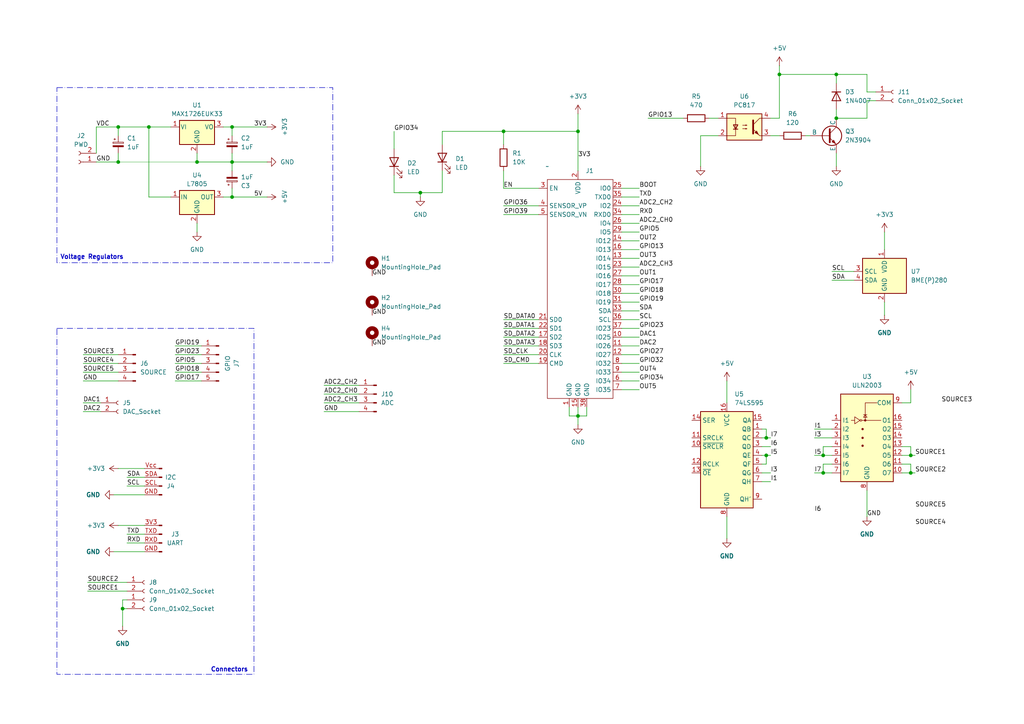
<source format=kicad_sch>
(kicad_sch (version 20231120) (generator "eeschema") (generator_version "8.0")
  (paper "A4")
  (lib_symbols
    (symbol "+5V_1" (power) (pin_numbers hide) (pin_names (offset 0) hide)
      (property "Value" "+5V" (at 0 3.556 0))
      (symbol "+5V_1_1_1"
        (pin power_in line (at 0 0 90) (length 0) (name "~") (number "1"))
      )
    )
    (symbol "+5V_2" (power) (pin_numbers hide) (pin_names (offset 0) hide)
      (property "Value" "+5V" (at 0 3.556 0))
      (symbol "+5V_2_1_1"
        (pin power_in line (at 0 0 90) (length 0) (name "~") (number "1"))
      )
    )
    (symbol "74xx:74LS595"
      (property "Reference" "U" (at -7.62 13.97 0))
      (property "Value" "74LS595" (at -7.62 -16.51 0))
      (symbol "74LS595_1_0"
        (pin tri_state line (at 10.16 7.62 180) (length 2.54) (name "QB") (number "1"))
        (pin input line (at -10.16 2.54 0) (length 2.54) (name "~{SRCLR}") (number "10"))
        (pin input line (at -10.16 5.08 0) (length 2.54) (name "SRCLK") (number "11"))
        (pin input line (at -10.16 -2.54 0) (length 2.54) (name "RCLK") (number "12"))
        (pin input line (at -10.16 -5.08 0) (length 2.54) (name "~{OE}") (number "13"))
        (pin input line (at -10.16 10.16 0) (length 2.54) (name "SER") (number "14"))
        (pin tri_state line (at 10.16 10.16 180) (length 2.54) (name "QA") (number "15"))
        (pin power_in line (at 0 15.24 270) (length 2.54) (name "VCC") (number "16"))
        (pin tri_state line (at 10.16 5.08 180) (length 2.54) (name "QC") (number "2"))
        (pin tri_state line (at 10.16 2.54 180) (length 2.54) (name "QD") (number "3"))
        (pin tri_state line (at 10.16 0 180) (length 2.54) (name "QE") (number "4"))
        (pin tri_state line (at 10.16 -2.54 180) (length 2.54) (name "QF") (number "5"))
        (pin tri_state line (at 10.16 -5.08 180) (length 2.54) (name "QG") (number "6"))
        (pin tri_state line (at 10.16 -7.62 180) (length 2.54) (name "QH") (number "7"))
        (pin power_in line (at 0 -17.78 90) (length 2.54) (name "GND") (number "8"))
        (pin output line (at 10.16 -12.7 180) (length 2.54) (name "QH'") (number "9"))
      )
    )
    (symbol "Alexander Symbol Library:BME(P)280"
      (property "Reference" "U" (at -7.62 10.16 0))
      (property "Value" "BME(P)280" (at 5.08 10.16 0))
      (symbol "BME(P)280_1_1"
        (pin power_in line (at -1.27 10.16 270) (length 2.54) (name "VDD") (number "1"))
        (pin power_out line (at -1.27 -5.08 90) (length 2.54) (name "GND") (number "2"))
        (pin input line (at -10.16 3.81 0) (length 2.54) (name "SCL") (number "3"))
        (pin bidirectional line (at -10.16 1.27 0) (length 2.54) (name "SDA") (number "4"))
      )
    )
    (symbol "Alexander_Library_Symbols:Conn_I2C_01x04" (pin_names (offset 1.016) hide)
      (property "Reference" "J" (at 0 5.08 0))
      (property "Value" "I2C" (at 0 -7.62 0))
      (symbol "Conn_I2C_01x04_1_1"
        (pin power_out line (at 5.08 -5.08 180) (length 3.81) (name "GND") (number "GND"))
        (pin bidirectional line (at 5.08 -2.54 180) (length 3.81) (name "SCL") (number "SCL"))
        (pin bidirectional line (at 5.08 0 180) (length 3.81) (name "SDA") (number "SDA"))
        (pin power_in line (at 5.08 2.54 180) (length 3.81) (name "VCC") (number "Vcc"))
      )
    )
    (symbol "Alexander_Library_Symbols:ESP32-WROOM-32D-SOCKET"
      (property "Reference" "J" (at 0 0 0))
      (symbol "ESP32-WROOM-32D-SOCKET_1_1"
        (pin power_out line (at 6.35 -69.85 90) (length 2.54) (name "GND") (number "1"))
        (pin bidirectional line (at 21.59 -49.53 180) (length 2.54) (name "IO25") (number "10"))
        (pin bidirectional line (at 21.59 -52.07 180) (length 2.54) (name "IO26") (number "11"))
        (pin bidirectional line (at 21.59 -54.61 180) (length 2.54) (name "IO27") (number "12"))
        (pin bidirectional line (at 21.59 -26.67 180) (length 2.54) (name "IO14") (number "13"))
        (pin bidirectional line (at 21.59 -21.59 180) (length 2.54) (name "IO12") (number "14"))
        (pin power_out line (at 8.89 -69.85 90) (length 2.54) (name "GND") (number "15"))
        (pin bidirectional line (at 21.59 -24.13 180) (length 2.54) (name "IO13") (number "16"))
        (pin input line (at -2.54 -49.53 0) (length 2.54) (name "SD2") (number "17"))
        (pin input line (at -2.54 -52.07 0) (length 2.54) (name "SD3") (number "18"))
        (pin input line (at -2.54 -57.15 0) (length 2.54) (name "CMD") (number "19"))
        (pin power_in line (at 8.89 -1.27 270) (length 2.54) (name "VDD") (number "2"))
        (pin input line (at -2.54 -54.61 0) (length 2.54) (name "CLK") (number "20"))
        (pin input line (at -2.54 -44.45 0) (length 2.54) (name "SD0") (number "21"))
        (pin input line (at -2.54 -46.99 0) (length 2.54) (name "SD1") (number "22"))
        (pin bidirectional line (at 21.59 -29.21 180) (length 2.54) (name "IO15") (number "23"))
        (pin bidirectional line (at 21.59 -11.43 180) (length 2.54) (name "IO2") (number "24"))
        (pin bidirectional line (at 21.59 -6.35 180) (length 2.54) (name "IO0") (number "25"))
        (pin bidirectional line (at 21.59 -16.51 180) (length 2.54) (name "IO4") (number "26"))
        (pin bidirectional line (at 21.59 -31.75 180) (length 2.54) (name "IO16") (number "27"))
        (pin bidirectional line (at 21.59 -34.29 180) (length 2.54) (name "IO17") (number "28"))
        (pin bidirectional line (at 21.59 -19.05 180) (length 2.54) (name "IO5") (number "29"))
        (pin input line (at -2.54 -6.35 0) (length 2.54) (name "EN") (number "3"))
        (pin bidirectional line (at 21.59 -36.83 180) (length 2.54) (name "IO18") (number "30"))
        (pin bidirectional line (at 21.59 -39.37 180) (length 2.54) (name "IO19") (number "31"))
        (pin bidirectional line (at 21.59 -41.91 180) (length 2.54) (name "SDA") (number "33"))
        (pin input line (at 21.59 -13.97 180) (length 2.54) (name "RXD0") (number "34"))
        (pin output line (at 21.59 -8.89 180) (length 2.54) (name "TXD0") (number "35"))
        (pin bidirectional line (at 21.59 -44.45 180) (length 2.54) (name "SCL") (number "36"))
        (pin bidirectional line (at 21.59 -46.99 180) (length 2.54) (name "IO23") (number "37"))
        (pin power_out line (at 11.43 -69.85 90) (length 2.54) (name "GND") (number "38"))
        (pin input line (at -2.54 -11.43 0) (length 2.54) (name "SENSOR_VP") (number "4"))
        (pin input line (at -2.54 -13.97 0) (length 2.54) (name "SENSOR_VN") (number "5"))
        (pin bidirectional line (at 21.59 -62.23 180) (length 2.54) (name "IO34") (number "6"))
        (pin bidirectional line (at 21.59 -64.77 180) (length 2.54) (name "IO35") (number "7"))
        (pin bidirectional line (at 21.59 -57.15 180) (length 2.54) (name "IO32") (number "8"))
        (pin bidirectional line (at 21.59 -59.69 180) (length 2.54) (name "IO33") (number "9"))
      )
    )
    (symbol "Conn_UART_1" (pin_names (offset 1.016) hide)
      (property "Reference" "J" (at 1.27 3.81 0))
      (property "Value" "UART" (at 2.54 -10.16 0))
      (symbol "Conn_UART_1_1_1"
        (pin power_in line (at 5.08 0 180) (length 3.81) (name "3V3") (number "3V3"))
        (pin power_out line (at 5.08 -7.62 180) (length 3.81) (name "GND") (number "GND"))
        (pin input line (at 5.08 -5.08 180) (length 3.81) (name "RXD") (number "RXD"))
        (pin output line (at 5.08 -2.54 180) (length 3.81) (name "TXD") (number "TXD"))
      )
    )
    (symbol "Connector:Conn_01x02_Socket" (pin_names (offset 1.016) hide)
      (property "Reference" "J" (at 0 2.54 0))
      (property "Value" "Conn_01x02_Socket" (at 0 -5.08 0))
      (symbol "Conn_01x02_Socket_1_1"
        (pin passive line (at -5.08 0 0) (length 3.81) (name "Pin_1") (number "1"))
        (pin passive line (at -5.08 -2.54 0) (length 3.81) (name "Pin_2") (number "2"))
      )
    )
    (symbol "Connector:Conn_01x04_Pin" (pin_names (offset 1.016) hide)
      (property "Reference" "J" (at 0 5.08 0))
      (property "Value" "I2C" (at 0 -7.62 0))
      (symbol "Conn_01x04_Pin_1_1"
        (pin passive line (at 5.08 2.54 180) (length 3.81) (name "Pin_1") (number "1"))
        (pin passive line (at 5.08 0 180) (length 3.81) (name "Pin_2") (number "2"))
        (pin passive line (at 5.08 -2.54 180) (length 3.81) (name "Pin_3") (number "3"))
        (pin passive line (at 5.08 -5.08 180) (length 3.81) (name "Pin_4") (number "4"))
      )
    )
    (symbol "Connector:Conn_01x05_Pin" (pin_names (offset 1.016) hide)
      (property "Reference" "J" (at 0 7.62 0))
      (property "Value" "Conn_01x05_Pin" (at 0 -7.62 0))
      (symbol "Conn_01x05_Pin_1_1"
        (pin passive line (at 5.08 5.08 180) (length 3.81) (name "Pin_1") (number "1"))
        (pin passive line (at 5.08 2.54 180) (length 3.81) (name "Pin_2") (number "2"))
        (pin passive line (at 5.08 0 180) (length 3.81) (name "Pin_3") (number "3"))
        (pin passive line (at 5.08 -2.54 180) (length 3.81) (name "Pin_4") (number "4"))
        (pin passive line (at 5.08 -5.08 180) (length 3.81) (name "Pin_5") (number "5"))
      )
    )
    (symbol "Connector:Conn_01x06_Socket" (pin_names (offset 1.016) hide)
      (property "Reference" "J" (at 0 7.62 0))
      (property "Value" "Conn_01x06_Socket" (at 0 -10.16 0))
      (symbol "Conn_01x06_Socket_1_1"
        (pin passive line (at -5.08 5.08 0) (length 3.81) (name "Pin_1") (number "1"))
        (pin passive line (at -5.08 2.54 0) (length 3.81) (name "Pin_2") (number "2"))
        (pin passive line (at -5.08 0 0) (length 3.81) (name "Pin_3") (number "3"))
        (pin passive line (at -5.08 -2.54 0) (length 3.81) (name "Pin_4") (number "4"))
        (pin passive line (at -5.08 -5.08 0) (length 3.81) (name "Pin_5") (number "5"))
        (pin passive line (at -5.08 -7.62 0) (length 3.81) (name "Pin_6") (number "6"))
      )
    )
    (symbol "Device:C_Polarized_Small" (pin_numbers hide) (pin_names (offset 0.254) hide)
      (property "Reference" "C" (at 0.254 1.778 0))
      (property "Value" "C_Polarized_Small" (at 0.254 -2.032 0))
      (symbol "C_Polarized_Small_1_1"
        (pin passive line (at 0 2.54 270) (length 1.8542) (name "~") (number "1"))
        (pin passive line (at 0 -2.54 90) (length 1.8542) (name "~") (number "2"))
      )
    )
    (symbol "Device:D" (pin_numbers hide) (pin_names (offset 1.016) hide)
      (property "Reference" "D" (at 0 2.54 0))
      (property "Value" "D" (at 0 -2.54 0))
      (symbol "D_1_1"
        (pin passive line (at -3.81 0 0) (length 2.54) (name "K") (number "1"))
        (pin passive line (at 3.81 0 180) (length 2.54) (name "A") (number "2"))
      )
    )
    (symbol "Device:LED" (pin_numbers hide) (pin_names (offset 1.016) hide)
      (property "Reference" "D" (at 0 2.54 0))
      (property "Value" "LED" (at 0 -2.54 0))
      (symbol "LED_1_1"
        (pin passive line (at -3.81 0 0) (length 2.54) (name "K") (number "1"))
        (pin passive line (at 3.81 0 180) (length 2.54) (name "A") (number "2"))
      )
    )
    (symbol "Device:R" (pin_numbers hide) (pin_names (offset 0))
      (property "Reference" "R" (at 2.032 0 90))
      (property "Value" "R" (at 0 0 90))
      (symbol "R_1_1"
        (pin passive line (at 0 3.81 270) (length 1.27) (name "~") (number "1"))
        (pin passive line (at 0 -3.81 90) (length 1.27) (name "~") (number "2"))
      )
    )
    (symbol "GND_1" (power) (pin_numbers hide) (pin_names (offset 0) hide)
      (property "Value" "GND" (at 0 -3.81 0))
      (symbol "GND_1_1_1"
        (pin power_in line (at 0 0 270) (length 0) (name "~") (number "1"))
      )
    )
    (symbol "GND_2" (power) (pin_numbers hide) (pin_names (offset 0) hide)
      (property "Value" "GND" (at 0 -3.81 0))
      (symbol "GND_2_1_1"
        (pin power_in line (at 0 0 270) (length 0) (name "~") (number "1"))
      )
    )
    (symbol "GND_3" (power) (pin_numbers hide) (pin_names (offset 0) hide)
      (property "Value" "GND" (at 0 -3.81 0))
      (symbol "GND_3_1_1"
        (pin power_in line (at 0 0 270) (length 0) (name "~") (number "1"))
      )
    )
    (symbol "GND_4" (power) (pin_numbers hide) (pin_names (offset 0) hide)
      (property "Value" "GND" (at 0 -3.81 0))
      (symbol "GND_4_1_1"
        (pin power_in line (at 0 0 270) (length 0) (name "~") (number "1"))
      )
    )
    (symbol "GND_5" (power) (pin_numbers hide) (pin_names (offset 0) hide)
      (property "Value" "GND" (at 0 -3.81 0))
      (symbol "GND_5_1_1"
        (pin power_in line (at 0 0 270) (length 0) (name "~") (number "1"))
      )
    )
    (symbol "GND_6" (power) (pin_numbers hide) (pin_names (offset 0) hide)
      (property "Value" "GND" (at 0 -3.81 0))
      (symbol "GND_6_1_1"
        (pin power_in line (at 0 0 270) (length 0) (name "~") (number "1"))
      )
    )
    (symbol "Isolator:4N35" (pin_names (offset 1.016))
      (property "Reference" "U" (at -5.08 5.08 0))
      (property "Value" "4N35" (at 0 5.08 0))
      (symbol "4N35_1_1"
        (pin passive line (at -7.62 2.54 0) (length 2.54) (name "~") (number "1"))
        (pin passive line (at -7.62 -2.54 0) (length 2.54) (name "~") (number "2"))
        (pin no_connect line (at -5.08 0 0) (length 2.54) hide (name "NC") (number "3"))
        (pin passive line (at 7.62 -2.54 180) (length 2.54) (name "~") (number "4"))
        (pin passive line (at 7.62 0 180) (length 2.54) (name "~") (number "5"))
        (pin passive line (at 7.62 2.54 180) (length 2.54) (name "~") (number "6"))
      )
    )
    (symbol "Isolator:PC817" (pin_names (offset 1.016))
      (property "Reference" "U" (at -5.08 5.08 0))
      (property "Value" "PC817" (at 0 5.08 0))
      (symbol "PC817_1_1"
        (pin passive line (at -7.62 2.54 0) (length 2.54) (name "~") (number "1"))
        (pin passive line (at -7.62 -2.54 0) (length 2.54) (name "~") (number "2"))
        (pin passive line (at 7.62 -2.54 180) (length 2.54) (name "~") (number "3"))
        (pin passive line (at 7.62 2.54 180) (length 2.54) (name "~") (number "4"))
      )
    )
    (symbol "Mechanical:MountingHole_Pad" (pin_numbers hide) (pin_names (offset 1.016) hide)
      (property "Reference" "H" (at 0 6.35 0))
      (property "Value" "MountingHole_Pad" (at 0 4.445 0))
      (symbol "MountingHole_Pad_1_1"
        (pin input line (at 0 -2.54 90) (length 2.54) (name "1") (number "1"))
      )
    )
    (symbol "Regulator_Linear:L7805" (pin_names (offset 0.254))
      (property "Reference" "U4" (at 0 6.35 0))
      (property "Value" "L7805" (at 0 3.81 0))
      (symbol "L7805_1_1"
        (pin power_in line (at -7.62 0 0) (length 2.54) (name "IN") (number "1"))
        (pin power_in line (at 0 -7.62 90) (length 2.54) (name "GND") (number "2"))
        (pin power_out line (at 7.62 0 180) (length 2.54) (name "OUT") (number "3"))
      )
    )
    (symbol "Regulator_Linear:LM78M05_TO220" (pin_names (offset 0.254))
      (property "Reference" "U" (at -3.81 3.175 0))
      (property "Value" "LM78M05_TO220" (at 0 3.175 0))
      (symbol "LM78M05_TO220_1_1"
        (pin power_in line (at -7.62 0 0) (length 2.54) (name "VI") (number "1"))
        (pin power_in line (at 0 -7.62 90) (length 2.54) (name "GND") (number "2"))
        (pin power_out line (at 7.62 0 180) (length 2.54) (name "VO") (number "3"))
      )
    )
    (symbol "Simulation_SPICE:NPN" (pin_numbers hide) (pin_names (offset 0))
      (property "Reference" "Q" (at -2.54 7.62 0))
      (property "Value" "NPN" (at -2.54 5.08 0))
      (symbol "NPN_1_1"
        (pin open_collector line (at 2.54 5.08 270) (length 2.54) (name "C") (number "1"))
        (pin input line (at -5.08 0 0) (length 2.54) (name "B") (number "2"))
        (pin open_emitter line (at 2.54 -5.08 90) (length 2.54) (name "E") (number "3"))
      )
    )
    (symbol "Switch:SW_Push" (pin_numbers hide) (pin_names (offset 1.016) hide)
      (property "Reference" "SW" (at 1.27 2.54 0))
      (property "Value" "SW_Push" (at 0 -1.524 0))
      (symbol "SW_Push_0_1"
        (pin passive line (at -5.08 0 0) (length 2.54) (name "1") (number "1"))
        (pin passive line (at 5.08 0 180) (length 2.54) (name "2") (number "2"))
      )
    )
    (symbol "Transistor_Array:ULN2003"
      (property "Reference" "U" (at 0 15.875 0))
      (property "Value" "ULN2003" (at 0 13.97 0))
      (symbol "ULN2003_1_1"
        (pin input line (at -10.16 5.08 0) (length 2.54) (name "I1") (number "1"))
        (pin open_collector line (at 10.16 -10.16 180) (length 2.54) (name "O7") (number "10"))
        (pin open_collector line (at 10.16 -7.62 180) (length 2.54) (name "O6") (number "11"))
        (pin open_collector line (at 10.16 -5.08 180) (length 2.54) (name "O5") (number "12"))
        (pin open_collector line (at 10.16 -2.54 180) (length 2.54) (name "O4") (number "13"))
        (pin open_collector line (at 10.16 0 180) (length 2.54) (name "O3") (number "14"))
        (pin open_collector line (at 10.16 2.54 180) (length 2.54) (name "O2") (number "15"))
        (pin open_collector line (at 10.16 5.08 180) (length 2.54) (name "O1") (number "16"))
        (pin input line (at -10.16 2.54 0) (length 2.54) (name "I2") (number "2"))
        (pin input line (at -10.16 0 0) (length 2.54) (name "I3") (number "3"))
        (pin input line (at -10.16 -2.54 0) (length 2.54) (name "I4") (number "4"))
        (pin input line (at -10.16 -5.08 0) (length 2.54) (name "I5") (number "5"))
        (pin input line (at -10.16 -7.62 0) (length 2.54) (name "I6") (number "6"))
        (pin input line (at -10.16 -10.16 0) (length 2.54) (name "I7") (number "7"))
        (pin power_in line (at 0 -15.24 90) (length 2.54) (name "GND") (number "8"))
        (pin passive line (at 10.16 10.16 180) (length 2.54) (name "COM") (number "9"))
      )
    )
    (symbol "power:+3V3" (power) (pin_names (offset 0))
      (property "Value" "+3V3" (at 0 3.556 0))
      (symbol "+3V3_1_1"
        (pin power_in line (at 0 0 90) (length 0) hide (name "+3V3") (number "1"))
      )
    )
    (symbol "power:+5V" (power) (pin_names (offset 0))
      (property "Value" "+5V" (at 0 3.556 0))
      (symbol "+5V_1_1"
        (pin power_in line (at 0 0 90) (length 0) hide (name "+5V") (number "1"))
      )
    )
    (symbol "power:GND" (power) (pin_names (offset 0))
      (property "Value" "GND" (at 0 -3.81 0))
      (symbol "GND_1_1"
        (pin power_in line (at 0 0 270) (length 0) hide (name "GND") (number "1"))
      )
    )
  )
  (junction (at 57.15 46.99))
  (junction (at 238.76 132.08))
  (junction (at 264.16 132.08))
  (junction (at 67.31 46.99))
  (junction (at 264.16 137.16))
  (junction (at 34.29 46.99))
  (junction (at 167.64 38.1))
  (junction (at 222.25 132.08))
  (junction (at 226.06 21.59))
  (junction (at 67.31 57.15))
  (junction (at 377.19 151.13))
  (junction (at 43.18 36.83))
  (junction (at 401.32 163.83))
  (junction (at 242.57 34.29))
  (junction (at 67.31 36.83))
  (junction (at 242.57 21.59))
  (junction (at 222.25 127))
  (junction (at 238.76 137.16))
  (junction (at 34.29 36.83))
  (junction (at 121.92 55.88))
  (junction (at 146.05 38.1))
  (junction (at 167.64 120.65))
  (junction (at 35.56 176.53))
  (no_connect (at 373.38 59.69))
  (wire (pts (xy 226.06 34.29) (xy 223.52 34.29)))
  (wire (pts (xy 180.34 59.69) (xy 185.42 59.69)))
  (wire (pts (xy 57.15 64.77) (xy 57.15 67.31)))
  (wire (pts (xy 220.98 132.08) (xy 222.25 132.08)))
  (wire (pts (xy 146.05 102.87) (xy 156.21 102.87)))
  (wire (pts (xy 35.56 173.99) (xy 35.56 176.53)))
  (wire (pts (xy 36.83 140.97) (xy 41.91 140.97)))
  (wire (pts (xy 261.62 137.16) (xy 264.16 137.16)))
  (wire (pts (xy 358.14 171.45) (xy 361.95 171.45)))
  (wire (pts (xy 210.82 149.86) (xy 210.82 156.21)))
  (wire (pts (xy 25.4 168.91) (xy 36.83 168.91)))
  (wire (pts (xy 180.34 64.77) (xy 185.42 64.77)))
  (wire (pts (xy 121.92 55.88) (xy 128.27 55.88)))
  (wire (pts (xy 242.57 24.13) (xy 242.57 21.59)))
  (wire (pts (xy 377.19 151.13) (xy 382.27 151.13)))
  (wire (pts (xy 146.05 100.33) (xy 156.21 100.33)))
  (wire (pts (xy 49.53 57.15) (xy 43.18 57.15)))
  (wire (pts (xy 36.83 154.94) (xy 41.91 154.94)))
  (wire (pts (xy 242.57 21.59) (xy 251.46 21.59)))
  (wire (pts (xy 401.32 142.24) (xy 401.32 146.05)))
  (wire (pts (xy 220.98 127) (xy 222.25 127)))
  (wire (pts (xy 167.64 33.02) (xy 167.64 38.1)))
  (wire (pts (xy 180.34 80.01) (xy 185.42 80.01)))
  (wire (pts (xy 180.34 82.55) (xy 185.42 82.55)))
  (wire (pts (xy 220.98 139.7) (xy 223.52 139.7)))
  (wire (pts (xy 34.29 135.89) (xy 41.91 135.89)))
  (wire (pts (xy 264.16 137.16) (xy 265.43 137.16)))
  (wire (pts (xy 389.89 151.13) (xy 393.7 151.13)))
  (wire (pts (xy 57.15 44.45) (xy 57.15 46.99)))
  (wire (pts (xy 104.14 114.3) (xy 93.98 114.3)))
  (wire (pts (xy 180.34 105.41) (xy 185.42 105.41)))
  (wire (pts (xy 34.29 107.95) (xy 24.13 107.95)))
  (wire (pts (xy 165.1 120.65) (xy 167.64 120.65)))
  (wire (pts (xy 58.42 102.87) (xy 50.8 102.87)))
  (wire (pts (xy 67.31 44.45) (xy 67.31 46.99)))
  (wire (pts (xy 34.29 102.87) (xy 24.13 102.87)))
  (wire (pts (xy 238.76 134.62) (xy 238.76 137.16)))
  (wire (pts (xy 180.34 54.61) (xy 185.42 54.61)))
  (wire (pts (xy 264.16 116.84) (xy 261.62 116.84)))
  (wire (pts (xy 146.05 38.1) (xy 128.27 38.1)))
  (wire (pts (xy 222.25 124.46) (xy 222.25 127)))
  (wire (pts (xy 114.3 38.1) (xy 114.3 43.18)))
  (wire (pts (xy 261.62 134.62) (xy 264.16 134.62)))
  (wire (pts (xy 205.74 34.29) (xy 208.28 34.29)))
  (wire (pts (xy 58.42 105.41) (xy 50.8 105.41)))
  (wire (pts (xy 251.46 29.21) (xy 251.46 34.29)))
  (wire (pts (xy 180.34 107.95) (xy 185.42 107.95)))
  (wire (pts (xy 156.21 54.61) (xy 146.05 54.61)))
  (wire (pts (xy 358.14 173.99) (xy 361.95 173.99)))
  (wire (pts (xy 210.82 110.49) (xy 210.82 116.84)))
  (wire (pts (xy 165.1 118.11) (xy 165.1 120.65)))
  (wire (pts (xy 43.18 36.83) (xy 49.53 36.83)))
  (wire (pts (xy 24.13 116.84) (xy 29.21 116.84)))
  (wire (pts (xy 146.05 62.23) (xy 156.21 62.23)))
  (wire (pts (xy 146.05 38.1) (xy 146.05 41.91)))
  (wire (pts (xy 251.46 26.67) (xy 254 26.67)))
  (wire (pts (xy 35.56 176.53) (xy 36.83 176.53)))
  (wire (pts (xy 34.29 152.4) (xy 41.91 152.4)))
  (wire (pts (xy 34.29 36.83) (xy 34.29 39.37)))
  (wire (pts (xy 264.16 129.54) (xy 264.16 132.08)))
  (wire (pts (xy 34.29 44.45) (xy 34.29 46.99)))
  (wire (pts (xy 121.92 57.15) (xy 121.92 55.88)))
  (wire (pts (xy 167.64 120.65) (xy 167.64 123.19)))
  (wire (pts (xy 146.05 95.25) (xy 156.21 95.25)))
  (wire (pts (xy 236.22 137.16) (xy 238.76 137.16)))
  (wire (pts (xy 264.16 113.03) (xy 264.16 116.84)))
  (wire (pts (xy 25.4 171.45) (xy 36.83 171.45)))
  (wire (pts (xy 233.68 39.37) (xy 234.95 39.37)))
  (wire (pts (xy 146.05 92.71) (xy 156.21 92.71)))
  (wire (pts (xy 180.34 110.49) (xy 185.42 110.49)))
  (wire (pts (xy 373.38 64.77) (xy 384.81 64.77)))
  (wire (pts (xy 24.13 110.49) (xy 34.29 110.49)))
  (wire (pts (xy 128.27 49.53) (xy 128.27 55.88)))
  (wire (pts (xy 43.18 36.83) (xy 43.18 57.15)))
  (wire (pts (xy 354.33 59.69) (xy 358.14 59.69)))
  (wire (pts (xy 36.83 173.99) (xy 35.56 173.99)))
  (wire (pts (xy 67.31 57.15) (xy 77.47 57.15)))
  (wire (pts (xy 67.31 46.99) (xy 77.47 46.99)))
  (wire (pts (xy 401.32 156.21) (xy 401.32 163.83)))
  (wire (pts (xy 180.34 95.25) (xy 185.42 95.25)))
  (wire (pts (xy 128.27 38.1) (xy 128.27 41.91)))
  (wire (pts (xy 180.34 102.87) (xy 185.42 102.87)))
  (wire (pts (xy 251.46 21.59) (xy 251.46 26.67)))
  (wire (pts (xy 64.77 57.15) (xy 67.31 57.15)))
  (wire (pts (xy 236.22 127) (xy 241.3 127)))
  (wire (pts (xy 241.3 81.28) (xy 247.65 81.28)))
  (wire (pts (xy 261.62 129.54) (xy 264.16 129.54)))
  (wire (pts (xy 41.91 143.51) (xy 33.02 143.51)))
  (wire (pts (xy 242.57 21.59) (xy 226.06 21.59)))
  (wire (pts (xy 36.83 157.48) (xy 41.91 157.48)))
  (wire (pts (xy 223.52 39.37) (xy 226.06 39.37)))
  (wire (pts (xy 146.05 38.1) (xy 167.64 38.1)))
  (wire (pts (xy 114.3 55.88) (xy 121.92 55.88)))
  (wire (pts (xy 67.31 46.99) (xy 67.31 49.53)))
  (wire (pts (xy 180.34 57.15) (xy 185.42 57.15)))
  (wire (pts (xy 64.77 36.83) (xy 67.31 36.83)))
  (wire (pts (xy 241.3 134.62) (xy 238.76 134.62)))
  (wire (pts (xy 180.34 100.33) (xy 185.42 100.33)))
  (wire (pts (xy 114.3 50.8) (xy 114.3 55.88)))
  (wire (pts (xy 220.98 124.46) (xy 222.25 124.46)))
  (wire (pts (xy 58.42 107.95) (xy 50.8 107.95)))
  (wire (pts (xy 251.46 142.24) (xy 251.46 149.86)))
  (wire (pts (xy 222.25 134.62) (xy 222.25 132.08)))
  (wire (pts (xy 358.14 166.37) (xy 361.95 166.37)))
  (wire (pts (xy 238.76 137.16) (xy 241.3 137.16)))
  (wire (pts (xy 57.15 46.99) (xy 67.31 46.99)))
  (wire (pts (xy 401.32 163.83) (xy 401.32 172.72)))
  (wire (pts (xy 358.14 168.91) (xy 361.95 168.91)))
  (wire (pts (xy 373.38 62.23) (xy 384.81 62.23)))
  (wire (pts (xy 180.34 87.63) (xy 185.42 87.63)))
  (wire (pts (xy 146.05 105.41) (xy 156.21 105.41)))
  (wire (pts (xy 238.76 132.08) (xy 241.3 132.08)))
  (wire (pts (xy 67.31 39.37) (xy 67.31 36.83)))
  (wire (pts (xy 241.3 78.74) (xy 247.65 78.74)))
  (wire (pts (xy 180.34 62.23) (xy 185.42 62.23)))
  (wire (pts (xy 27.94 36.83) (xy 34.29 36.83)))
  (wire (pts (xy 180.34 72.39) (xy 185.42 72.39)))
  (wire (pts (xy 180.34 90.17) (xy 185.42 90.17)))
  (wire (pts (xy 401.32 163.83) (xy 393.7 163.83)))
  (wire (pts (xy 377.19 142.24) (xy 377.19 151.13)))
  (wire (pts (xy 146.05 59.69) (xy 156.21 59.69)))
  (wire (pts (xy 242.57 44.45) (xy 242.57 48.26)))
  (wire (pts (xy 41.91 160.02) (xy 33.02 160.02)))
  (wire (pts (xy 180.34 77.47) (xy 185.42 77.47)))
  (wire (pts (xy 254 29.21) (xy 251.46 29.21)))
  (wire (pts (xy 220.98 137.16) (xy 223.52 137.16)))
  (wire (pts (xy 339.09 59.69) (xy 346.71 59.69)))
  (wire (pts (xy 256.54 67.31) (xy 256.54 72.39)))
  (wire (pts (xy 220.98 129.54) (xy 223.52 129.54)))
  (wire (pts (xy 236.22 132.08) (xy 238.76 132.08)))
  (wire (pts (xy 180.34 69.85) (xy 185.42 69.85)))
  (wire (pts (xy 180.34 97.79) (xy 185.42 97.79)))
  (wire (pts (xy 180.34 113.03) (xy 185.42 113.03)))
  (wire (pts (xy 226.06 21.59) (xy 226.06 34.29)))
  (wire (pts (xy 67.31 54.61) (xy 67.31 57.15)))
  (wire (pts (xy 167.64 38.1) (xy 167.64 49.53)))
  (wire (pts (xy 222.25 132.08) (xy 223.52 132.08)))
  (wire (pts (xy 384.81 163.83) (xy 386.08 163.83)))
  (wire (pts (xy 355.6 69.85) (xy 355.6 64.77)))
  (wire (pts (xy 264.16 134.62) (xy 264.16 137.16)))
  (wire (pts (xy 203.2 39.37) (xy 208.28 39.37)))
  (wire (pts (xy 180.34 74.93) (xy 185.42 74.93)))
  (wire (pts (xy 24.13 119.38) (xy 29.21 119.38)))
  (wire (pts (xy 35.56 176.53) (xy 35.56 181.61)))
  (wire (pts (xy 170.18 120.65) (xy 167.64 120.65)))
  (wire (pts (xy 241.3 129.54) (xy 238.76 129.54)))
  (wire (pts (xy 377.19 168.91) (xy 377.19 172.72)))
  (wire (pts (xy 238.76 129.54) (xy 238.76 132.08)))
  (wire (pts (xy 264.16 132.08) (xy 265.43 132.08)))
  (wire (pts (xy 187.96 34.29) (xy 198.12 34.29)))
  (wire (pts (xy 180.34 67.31) (xy 185.42 67.31)))
  (wire (pts (xy 222.25 127) (xy 223.52 127)))
  (wire (pts (xy 358.14 163.83) (xy 361.95 163.83)))
  (wire (pts (xy 236.22 124.46) (xy 241.3 124.46)))
  (wire (pts (xy 170.18 118.11) (xy 170.18 120.65)))
  (wire (pts (xy 104.14 111.76) (xy 93.98 111.76)))
  (wire (pts (xy 180.34 85.09) (xy 185.42 85.09)))
  (wire (pts (xy 58.42 110.49) (xy 50.8 110.49)))
  (wire (pts (xy 242.57 31.75) (xy 242.57 34.29)))
  (wire (pts (xy 36.83 138.43) (xy 41.91 138.43)))
  (wire (pts (xy 180.34 92.71) (xy 185.42 92.71)))
  (wire (pts (xy 34.29 36.83) (xy 43.18 36.83)))
  (wire (pts (xy 358.14 161.29) (xy 361.95 161.29)))
  (wire (pts (xy 93.98 119.38) (xy 104.14 119.38)))
  (wire (pts (xy 146.05 97.79) (xy 156.21 97.79)))
  (wire (pts (xy 377.19 151.13) (xy 377.19 158.75)))
  (wire (pts (xy 146.05 49.53) (xy 146.05 54.61)))
  (wire (pts (xy 220.98 134.62) (xy 222.25 134.62)))
  (wire (pts (xy 256.54 87.63) (xy 256.54 91.44)))
  (wire (pts (xy 58.42 100.33) (xy 50.8 100.33)))
  (wire (pts (xy 226.06 19.05) (xy 226.06 21.59)))
  (wire (pts (xy 261.62 132.08) (xy 264.16 132.08)))
  (wire (pts (xy 67.31 36.83) (xy 77.47 36.83)))
  (wire (pts (xy 27.94 46.99) (xy 34.29 46.99)))
  (wire (pts (xy 34.29 105.41) (xy 24.13 105.41)))
  (wire (pts (xy 355.6 64.77) (xy 358.14 64.77)))
  (wire (pts (xy 251.46 34.29) (xy 242.57 34.29)))
  (wire (pts (xy 203.2 48.26) (xy 203.2 39.37)))
  (wire (pts (xy 167.64 118.11) (xy 167.64 120.65)))
  (wire (pts (xy 104.14 116.84) (xy 93.98 116.84)))
  (wire (pts (xy 34.29 46.99) (xy 57.15 46.99)) (stroke (width 0.0254)))
  (wire (pts (xy 27.94 36.83) (xy 27.94 44.45)))
  (rectangle (start 328.93 137.16) (end 412.75 186.69) (stroke (width 0) (type dash_dot)))
  (rectangle (start 16.51 95.25) (end 73.66 195.58) (stroke (width 0) (type dash_dot)))
  (rectangle (start 16.51 25.4) (end 96.52 76.2) (stroke (width 0) (type dash_dot)))
  (text "Voltage Regulators" (at 26.67 73.914 0) (effects (font (size 1.27 1.27) (thickness 0.254) (bold yes)) (justify top)))
  (text "UART Programmer" (at 401.828 184.912 0) (effects (font (size 1.27 1.27))))
  (text "Connectors\n" (at 66.548 194.31 0) (effects (font (size 1.27 1.27) (thickness 0.254) (bold yes))))
  (label "SOURCE5" (at 265.43 147.32 0))
  (label "GND" (at 107.95 80.01 0))
  (label "GND" (at 24.13 110.49 0))
  (label "SOURCE3" (at 24.13 102.87 0))
  (label "SOURCE4" (at 24.13 105.41 0))
  (label "SD_DATA1" (at 146.05 95.25 0))
  (label "SOURCE1" (at 25.4 171.45 0))
  (label "I7" (at 223.52 127 0))
  (label "TXD" (at 361.95 166.37 0))
  (label "GPIO27" (at 185.42 102.87 0))
  (label "GPIO5" (at 185.42 67.31 0))
  (label "SOURCE5" (at 24.13 107.95 0))
  (label "RTS" (at 401.32 172.72 0))
  (label "ADC2_CH2" (at 185.42 59.69 0))
  (label "OUT1" (at 185.42 80.01 0))
  (label "I3" (at 223.52 137.16 0))
  (label "OUT2" (at 185.42 69.85 0))
  (label "3V3" (at 361.95 161.29 0))
  (label "SD_DATA0" (at 146.05 92.71 0))
  (label "EN" (at 401.32 142.24 0))
  (label "GPIO23" (at 185.42 95.25 0))
  (label "VDC" (at 27.94 36.83 0))
  (label "GPIO13" (at 185.42 72.39 0))
  (label "SCL" (at 241.3 78.74 0))
  (label "SD_CLK" (at 146.05 102.87 0))
  (label "DAC2" (at 24.13 119.38 0))
  (label "TXD" (at 185.42 57.15 0))
  (label "I1" (at 236.22 124.46 0))
  (label "ADC2_CH2" (at 93.98 111.76 0))
  (label "SDA" (at 185.42 90.17 0))
  (label "SD_CMD" (at 146.05 105.41 0))
  (label "ADC2_CH0" (at 93.98 114.3 0))
  (label "SD_DATA3" (at 146.05 100.33 0))
  (label "I5" (at 223.52 132.08 0))
  (label "GPIO17" (at 185.42 82.55 0))
  (label "GPIO23" (at 50.8 102.87 0))
  (label "GPIO5" (at 50.8 105.41 0))
  (label "DTR" (at 377.19 142.24 0))
  (label "GPIO13" (at 187.96 34.29 0))
  (label "SD_DATA2" (at 146.05 97.79 0))
  (label "GPIO34" (at 185.42 110.49 0))
  (label "OUT3" (at 185.42 74.93 0))
  (label "GND" (at 93.98 119.38 0))
  (label "RTS" (at 361.95 171.45 0))
  (label "SCL" (at 185.42 92.71 0))
  (label "GPIO18" (at 185.42 85.09 0))
  (label "GPIO34" (at 114.3 38.1 0))
  (label "V1-" (at 374.65 64.77 0))
  (label "BOOT" (at 377.19 172.72 0))
  (label "RXD" (at 36.83 157.48 0))
  (label "GPIO27" (at 339.09 59.69 0))
  (label "SCL" (at 36.83 140.97 0))
  (label "GND" (at 361.95 163.83 0))
  (label "OUT4" (at 185.42 107.95 0))
  (label "I6" (at 236.22 148.59 0))
  (label "3V3" (at 167.64 45.72 0))
  (label "ADC2_CH3" (at 185.42 77.47 0))
  (label "OUT5" (at 185.42 113.03 0))
  (label "GPIO39" (at 146.05 62.23 0))
  (label "I5" (at 236.22 132.08 0))
  (label "SOURCE1" (at 265.43 132.08 0))
  (label "GND" (at 107.95 91.44 0))
  (label "GPIO17" (at 50.8 110.49 0))
  (label "GPIO18" (at 50.8 107.95 0))
  (label "SOURCE2" (at 265.43 137.16 0))
  (label "BOOT" (at 185.42 54.61 0))
  (label "RXD" (at 361.95 168.91 0))
  (label "SOURCE3" (at 273.05 116.84 0))
  (label "DTR" (at 361.95 173.99 0))
  (label "ADC2_CH0" (at 185.42 64.77 0))
  (label "5V" (at 73.66 57.15 0))
  (label "ADC2_CH3" (at 93.98 116.84 0))
  (label "GND" (at 107.95 100.33 0))
  (label "GPIO32" (at 185.42 105.41 0))
  (label "DAC2" (at 185.42 100.33 0))
  (label "SDA" (at 241.3 81.28 0))
  (label "DAC1" (at 185.42 97.79 0))
  (label "3V3" (at 73.66 36.83 0))
  (label "SDA" (at 36.83 138.43 0))
  (label "GPIO19" (at 50.8 100.33 0))
  (label "GPIO36" (at 146.05 59.69 0))
  (label "GPIO19" (at 185.42 87.63 0))
  (label "I3" (at 236.22 127 0))
  (label "GND" (at 27.94 46.99 0))
  (label "I1" (at 223.52 139.7 0))
  (label "V1+" (at 374.65 62.23 0))
  (label "DAC1" (at 24.13 116.84 0))
  (label "EN" (at 146.05 54.61 0))
  (label "I6" (at 223.52 129.54 0))
  (label "GND" (at 251.46 149.86 0))
  (label "SOURCE4" (at 265.43 152.4 0))
  (label "I7" (at 236.22 137.16 0))
  (label "TXD" (at 36.83 154.94 0))
  (label "SOURCE2" (at 25.4 168.91 0))
  (label "RXD" (at 185.42 62.23 0))
  (symbol (lib_id "Connector:Conn_01x02_Socket") (at 34.29 116.84 0) (unit 1)
    (property "Reference" "J5" (at 35.56 116.84 0) (effects (justify left)))
    (property "Value" "DAC_Socket" (at 35.56 119.38 0) (effects (justify left)))
    (property "Footprint" "Connector_PinSocket_2.54mm:PinSocket_1x02_P2.54mm_Vertical" (effects (hide yes)))
  )
  (symbol (lib_id "power:GND") (at 77.47 46.99 90) (unit 1)
    (property "Reference" "#PWR03" (effects (hide yes)))
    (property "Value" "GND" (at 81.28 46.9899 90) (effects (justify right)))
  )
  (symbol (lib_id "Device:R") (at 389.89 163.83 270) (unit 1) (on_board no)
    (property "Reference" "R3" (at 389.89 157.48 90))
    (property "Value" "10K" (at 389.89 160.02 90))
    (property "Footprint" "Resistor_SMD:R_1210_3225Metric_Pad1.30x2.65mm_HandSolder" (effects (hide yes)))
    (property "Description" "Resistor" (effects (hide yes)))
  )
  (symbol (lib_id "Connector:Conn_01x04_Pin") (at 109.22 114.3 0) (mirror y) (unit 1)
    (property "Reference" "J10" (at 110.49 114.2999 0) (effects (justify right)))
    (property "Value" "ADC" (at 110.49 116.8399 0) (effects (justify right)))
    (property "Footprint" "Connector_PinSocket_2.54mm:PinSocket_1x04_P2.54mm_Vertical" (effects (hide yes)))
  )
  (symbol (lib_id "power:+3V3") (at 256.54 67.31 0) (unit 1)
    (property "Reference" "#PWR022" (effects (hide yes)))
    (property "Value" "+3V3" (at 256.54 62.23 0))
  )
  (symbol (lib_id "power:+3V3") (at 34.29 152.4 90) (unit 1)
    (property "Reference" "#PWR06" (effects (hide yes)))
    (property "Value" "+3V3" (at 30.48 152.3999 90) (effects (justify left)))
  )
  (symbol (lib_id "Alexander Symbol Library:BME(P)280") (at 257.81 82.55 0) (unit 1)
    (property "Reference" "U7" (at 264.16 78.7399 0) (effects (justify left)))
    (property "Value" "BME(P)280" (at 264.16 81.2799 0) (effects (justify left)))
    (property "Footprint" "Alexander Footprint Library:BME280_BMP280_I2C" (effects (hide yes)))
    (property "Description" "Absolute Barometric Pressure Sensor" (effects (hide yes)))
  )
  (symbol (lib_id "Device:LED") (at 114.3 46.99 90) (unit 1)
    (property "Reference" "D2" (at 118.11 47.3074 90) (effects (justify right)))
    (property "Value" "LED" (at 118.11 49.8474 90) (effects (justify right)))
    (property "Footprint" "LED_SMD:LED_1210_3225Metric_Pad1.42x2.65mm_HandSolder" (effects (hide yes)))
    (property "Description" "Light emitting diode" (effects (hide yes)))
  )
  (symbol (lib_id "power:+3V3") (at 34.29 135.89 90) (unit 1)
    (property "Reference" "#PWR08" (effects (hide yes)))
    (property "Value" "+3V3" (at 30.48 135.89 90) (effects (justify left)))
  )
  (symbol (lib_id "power:+5V") (at 264.16 113.03 0) (unit 1)
    (property "Reference" "#PWR012" (effects (hide yes)))
    (property "Value" "+5V" (at 264.16 107.95 0))
  )
  (symbol (lib_id "Transistor_Array:ULN2003") (at 251.46 127 0) (unit 1)
    (property "Reference" "U3" (at 251.46 109.22 0))
    (property "Value" "ULN2003" (at 251.46 111.76 0))
    (property "Footprint" "Package_DIP:DIP-16_W7.62mm" (effects (hide yes)))
    (property "Datasheet" "http://www.ti.com/lit/ds/symlink/uln2003a.pdf" (effects (hide yes)))
  )
  (symbol (lib_id "Device:D") (at 242.57 27.94 270) (unit 1) (on_board no)
    (property "Reference" "D3" (at 245.11 26.6699 90) (effects (justify left)))
    (property "Value" "1N4007" (at 245.11 29.2099 90) (effects (justify left)))
    (property "Description" "Diode" (effects (hide yes)))
    (property "Sim.Device" "D" (effects (hide yes)))
    (property "Sim.Pins" "1=K 2=A" (effects (hide yes)))
  )
  (symbol (lib_id "Device:R") (at 386.08 151.13 270) (unit 1) (on_board no)
    (property "Reference" "R4" (at 386.08 144.78 90))
    (property "Value" "10K" (at 386.08 147.32 90))
    (property "Footprint" "Resistor_SMD:R_1210_3225Metric_Pad1.30x2.65mm_HandSolder" (effects (hide yes)))
    (property "Description" "Resistor" (effects (hide yes)))
  )
  (symbol (lib_name "Conn_UART_1") (lib_id "Alexander_Library_Symbols:Conn_UART") (at 46.99 152.4 0) (mirror y) (unit 1)
    (property "Reference" "J3" (at 50.8 154.94 0))
    (property "Value" "UART" (at 50.8 157.48 0))
    (property "Footprint" "Alexander Footprints Library:Conn_UART" (effects (hide yes)))
  )
  (symbol (lib_id "Device:C_Polarized_Small") (at 67.31 52.07 0) (mirror x) (unit 1)
    (property "Reference" "C3" (at 69.85 53.8861 0) (effects (justify left)))
    (property "Value" "1uF" (at 69.85 51.3461 0) (effects (justify left)))
    (property "Footprint" "Capacitor_THT:CP_Radial_D4.0mm_P2.00mm" (effects (hide yes)))
  )
  (symbol (lib_id "Device:C_Polarized_Small") (at 34.29 41.91 0) (unit 1)
    (property "Reference" "C1" (at 36.83 40.0939 0) (effects (justify left)))
    (property "Value" "1uF" (at 36.83 42.6339 0) (effects (justify left)))
    (property "Footprint" "Capacitor_THT:CP_Radial_D4.0mm_P2.00mm" (effects (hide yes)))
  )
  (symbol (lib_id "Device:R") (at 350.52 59.69 90) (unit 1) (on_board no)
    (property "Reference" "R2" (at 350.52 53.34 90))
    (property "Value" "1K" (at 350.52 55.88 90))
    (property "Footprint" "Resistor_SMD:R_1210_3225Metric_Pad1.30x2.65mm_HandSolder" (effects (hide yes)))
  )
  (symbol (lib_name "GND_6") (lib_id "power:GND") (at 203.2 48.26 0) (unit 1)
    (property "Reference" "#PWR020" (effects (hide yes)))
    (property "Value" "GND" (at 203.2 53.34 0))
    (property "Description" "Power symbol creates a global label with name \"GND\" , ground" (effects (hide yes)))
  )
  (symbol (lib_name "GND_5") (lib_id "power:GND") (at 242.57 48.26 0) (unit 1)
    (property "Reference" "#PWR019" (effects (hide yes)))
    (property "Value" "GND" (at 242.57 53.34 0))
    (property "Description" "Power symbol creates a global label with name \"GND\" , ground" (effects (hide yes)))
  )
  (symbol (lib_id "power:GND") (at 33.02 143.51 270) (unit 1)
    (property "Reference" "#PWR09" (effects (hide yes)))
    (property "Value" "GND" (at 29.21 143.51 90) (effects (font (bold yes)) (justify right)))
  )
  (symbol (lib_name "GND_4") (lib_id "power:GND") (at 210.82 156.21 0) (unit 1)
    (property "Reference" "#PWR016" (effects (hide yes)))
    (property "Value" "GND" (at 210.82 161.29 0) (effects (font (bold yes))))
    (property "Description" "Power symbol creates a global label with name \"GND\" , ground" (effects (hide yes)))
  )
  (symbol (lib_id "power:GND") (at 33.02 160.02 270) (unit 1)
    (property "Reference" "#PWR07" (effects (hide yes)))
    (property "Value" "GND" (at 29.21 160.02 90) (effects (font (bold yes)) (justify right)))
  )
  (symbol (lib_id "74xx:74LS595") (at 210.82 132.08 0) (unit 1)
    (property "Reference" "U5" (at 213.0141 114.3 0) (effects (justify left)))
    (property "Value" "74LS595" (at 213.0141 116.84 0) (effects (justify left)))
    (property "Footprint" "Package_DIP:DIP-16_W7.62mm" (effects (hide yes)))
    (property "Datasheet" "http://www.ti.com/lit/gpn/sn74ls595" (effects (hide yes)))
    (property "Description" "8-bit serial in/out Shift Register 3-State Outputs" (effects (hide yes)))
  )
  (symbol (lib_id "Connector:Conn_01x05_Pin") (at 63.5 105.41 0) (mirror y) (unit 1)
    (property "Reference" "J7" (at 68.58 105.41 90))
    (property "Value" "GPIO" (at 66.04 105.41 90))
    (property "Footprint" "Connector_PinSocket_2.54mm:PinSocket_1x05_P2.54mm_Vertical" (effects (hide yes)))
  )
  (symbol (lib_id "Connector:Conn_01x02_Socket") (at 389.89 62.23 0) (unit 1)
    (property "Reference" "J12" (at 391.16 62.2299 0) (effects (justify left)))
    (property "Value" "Conn_01x02_Socket" (at 391.16 64.7699 0) (effects (justify left)))
    (property "Footprint" "Connector_PinSocket_2.54mm:PinSocket_1x02_P2.54mm_Vertical" (effects (hide yes)))
    (property "Description" "Generic connector, single row, 01x02, script generated" (effects (hide yes)))
  )
  (symbol (lib_id "Mechanical:MountingHole_Pad") (at 107.95 88.9 0) (unit 1)
    (property "Reference" "H2" (at 110.49 86.36 0) (effects (justify left)))
    (property "Value" "MountingHole_Pad" (at 110.49 88.9 0) (effects (justify left)))
    (property "Footprint" "MountingHole:MountingHole_3mm" (effects (hide yes)))
  )
  (symbol (lib_id "power:GND") (at 251.46 149.86 0) (unit 1)
    (property "Reference" "#PWR010" (effects (hide yes)))
    (property "Value" "GND" (at 251.46 154.94 0) (effects (font (bold yes))))
  )
  (symbol (lib_name "GND_3") (lib_id "power:GND") (at 121.92 57.15 0) (unit 1)
    (property "Reference" "#PWR015" (effects (hide yes)))
    (property "Value" "GND" (at 121.92 62.23 0))
    (property "Description" "Power symbol creates a global label with name \"GND\" , ground" (effects (hide yes)))
  )
  (symbol (lib_id "Connector:Conn_01x02_Socket") (at 41.91 173.99 0) (unit 1)
    (property "Reference" "J9" (at 43.18 173.99 0) (effects (justify left)))
    (property "Value" "Conn_01x02_Socket" (at 43.18 176.53 0) (effects (justify left)))
    (property "Footprint" "Alexander Footprints Library:Conn_Terminal_5mm" (effects (hide yes)))
  )
  (symbol (lib_id "Connector:Conn_01x04_Pin") (at 39.37 105.41 0) (mirror y) (unit 1)
    (property "Reference" "J6" (at 40.64 105.4099 0) (effects (justify right)))
    (property "Value" "SOURCE" (at 40.64 107.9499 0) (effects (justify right)))
    (property "Footprint" "Connector_PinSocket_2.54mm:PinSocket_1x04_P2.54mm_Vertical" (effects (hide yes)))
  )
  (symbol (lib_name "GND_1") (lib_id "power:GND") (at 35.56 181.61 0) (unit 1)
    (property "Reference" "#PWR014" (effects (hide yes)))
    (property "Value" "GND" (at 35.56 186.69 0) (effects (font (bold yes))))
    (property "Description" "Power symbol creates a global label with name \"GND\" , ground" (effects (hide yes)))
  )
  (symbol (lib_id "Connector:Conn_01x02_Socket") (at 41.91 168.91 0) (unit 1)
    (property "Reference" "J8" (at 43.18 168.91 0) (effects (justify left)))
    (property "Value" "Conn_01x02_Socket" (at 43.18 171.45 0) (effects (justify left)))
    (property "Footprint" "Alexander Footprints Library:Conn_Terminal_5mm" (effects (hide yes)))
  )
  (symbol (lib_id "Connector:Conn_01x02_Socket") (at 22.86 46.99 180) (unit 1)
    (property "Reference" "J2" (at 23.495 39.37 0))
    (property "Value" "PWD" (at 23.495 41.91 0))
    (property "Footprint" "Connector_PinSocket_2.54mm:PinSocket_1x02_P2.54mm_Vertical" (effects (hide yes)))
  )
  (symbol (lib_id "Regulator_Linear:L7805") (at 57.15 57.15 0) (unit 1)
    (property "Reference" "U4" (at 57.15 50.8 0))
    (property "Value" "L7805" (at 57.15 53.34 0))
    (property "Footprint" "Alexander Footprints Library:LD1117" (effects (hide yes)))
    (property "Datasheet" "datasheets/Voltage-Regulator_L7805.pdf" (effects (hide yes)))
    (property "Description" "Voltage Regulator 1.5A Positive" (effects (hide yes)))
  )
  (symbol (lib_id "Device:LED") (at 128.27 45.72 90) (unit 1)
    (property "Reference" "D1" (at 132.08 46.0374 90) (effects (justify right)))
    (property "Value" "LED" (at 132.08 48.5774 90) (effects (justify right)))
    (property "Footprint" "LED_SMD:LED_1210_3225Metric_Pad1.42x2.65mm_HandSolder" (effects (hide yes)))
    (property "Description" "Light emitting diode" (effects (hide yes)))
  )
  (symbol (lib_id "Simulation_SPICE:NPN") (at 398.78 151.13 0) (unit 1) (on_board no)
    (property "Reference" "Q1" (at 403.86 149.8599 0) (effects (justify left)))
    (property "Value" "NPN" (at 403.86 152.3999 0) (effects (justify left)))
    (property "Footprint" "Package_TO_SOT_THT:TO-92_Inline_W4.0mm_Horizontal_FlatSideDown" (effects (hide yes)))
    (property "Datasheet" "https://ngspice.sourceforge.io/docs/ngspice-html-manual/manual.xhtml#cha_BJTs" (effects (hide yes)))
    (property "Description" "Bipolar transistor symbol for simulation only, substrate tied to the emitter" (effects (hide yes)))
    (property "Sim.Device" "NPN" (effects (hide yes)))
    (property "Sim.Type" "GUMMELPOON" (effects (hide yes)))
    (property "Sim.Pins" "1=C 2=B 3=E" (effects (hide yes)))
  )
  (symbol (lib_name "+5V_2") (lib_id "power:+5V") (at 226.06 19.05 0) (unit 1)
    (property "Reference" "#PWR018" (effects (hide yes)))
    (property "Value" "+5V" (at 226.06 13.97 0))
    (property "Description" "Power symbol creates a global label with name \"+5V\"" (effects (hide yes)))
  )
  (symbol (lib_id "Device:R") (at 201.93 34.29 270) (unit 1) (on_board no)
    (property "Reference" "R5" (at 201.93 27.94 90))
    (property "Value" "470" (at 201.93 30.48 90))
    (property "Footprint" "Resistor_SMD:R_1206_3216Metric_Pad1.30x1.75mm_HandSolder" (effects (hide yes)))
    (property "Description" "Resistor" (effects (hide yes)))
  )
  (symbol (lib_id "power:GND") (at 57.15 67.31 0) (unit 1)
    (property "Reference" "#PWR013" (effects (hide yes)))
    (property "Value" "GND" (at 57.15 72.39 0))
  )
  (symbol (lib_id "Device:C_Polarized_Small") (at 67.31 41.91 0) (unit 1)
    (property "Reference" "C2" (at 69.85 40.0939 0) (effects (justify left)))
    (property "Value" "1uF" (at 69.85 42.6339 0) (effects (justify left)))
    (property "Footprint" "Capacitor_THT:CP_Radial_D4.0mm_P2.00mm" (effects (hide yes)))
  )
  (symbol (lib_id "Connector:Conn_01x02_Socket") (at 259.08 26.67 0) (unit 1)
    (property "Reference" "J11" (at 260.35 26.6699 0) (effects (justify left)))
    (property "Value" "Conn_01x02_Socket" (at 260.35 29.2099 0) (effects (justify left)))
    (property "Footprint" "Connector_PinSocket_2.54mm:PinSocket_1x02_P2.54mm_Vertical" (effects (hide yes)))
    (property "Description" "Generic connector, single row, 01x02, script generated" (effects (hide yes)))
  )
  (symbol (lib_id "Switch:SW_Push") (at 398.78 52.07 0) (unit 1)
    (property "Reference" "SW1" (at 398.78 44.45 0))
    (property "Value" "SW_Push" (at 398.78 46.99 0))
    (property "Description" "Push button switch, generic, two pins" (effects (hide yes)))
  )
  (symbol (lib_id "power:+3V3") (at 167.64 33.02 0) (unit 1)
    (property "Reference" "#PWR02" (effects (hide yes)))
    (property "Value" "+3V3" (at 167.64 27.94 0))
  )
  (symbol (lib_id "Simulation_SPICE:NPN") (at 379.73 163.83 180) (unit 1) (on_board no)
    (property "Reference" "Q2" (at 374.65 165.1001 0) (effects (justify left)))
    (property "Value" "NPN" (at 374.65 162.5601 0) (effects (justify left)))
    (property "Footprint" "Package_TO_SOT_THT:TO-92_Inline_W4.0mm_Horizontal_FlatSideDown" (effects (hide yes)))
    (property "Datasheet" "https://ngspice.sourceforge.io/docs/ngspice-html-manual/manual.xhtml#cha_BJTs" (effects (hide yes)))
    (property "Description" "Bipolar transistor symbol for simulation only, substrate tied to the emitter" (effects (hide yes)))
    (property "Sim.Device" "NPN" (effects (hide yes)))
    (property "Sim.Type" "GUMMELPOON" (effects (hide yes)))
    (property "Sim.Pins" "1=C 2=B 3=E" (effects (hide yes)))
  )
  (symbol (lib_id "Simulation_SPICE:NPN") (at 240.03 39.37 0) (unit 1) (on_board no)
    (property "Reference" "Q3" (at 245.11 38.0999 0) (effects (justify left)))
    (property "Value" "2N3904" (at 245.11 40.6399 0) (effects (justify left)))
    (property "Footprint" "Package_TO_SOT_THT:TO-92" (effects (hide yes)))
    (property "Datasheet" "https://ngspice.sourceforge.io/docs/ngspice-html-manual/manual.xhtml#cha_BJTs" (effects (hide yes)))
    (property "Description" "Bipolar transistor symbol for simulation only, substrate tied to the emitter" (effects (hide yes)))
    (property "Sim.Device" "NPN" (effects (hide yes)))
    (property "Sim.Type" "GUMMELPOON" (effects (hide yes)))
    (property "Sim.Pins" "1=C 2=B 3=E" (effects (hide yes)))
  )
  (symbol (lib_id "power:+5V") (at 77.47 57.15 270) (unit 1)
    (property "Reference" "#PWR05" (effects (hide yes)))
    (property "Value" "+5V" (at 82.55 57.15 0))
  )
  (symbol (lib_id "Mechanical:MountingHole_Pad") (at 107.95 77.47 0) (unit 1)
    (property "Reference" "H1" (at 110.49 74.93 0) (effects (justify left)))
    (property "Value" "MountingHole_Pad" (at 110.49 77.47 0) (effects (justify left)))
    (property "Footprint" "MountingHole:MountingHole_3mm" (effects (hide yes)))
  )
  (symbol (lib_id "Device:R") (at 229.87 39.37 270) (unit 1) (on_board no)
    (property "Reference" "R6" (at 229.87 33.02 90))
    (property "Value" "120" (at 229.87 35.56 90))
    (property "Footprint" "Resistor_SMD:R_1206_3216Metric_Pad1.30x1.75mm_HandSolder" (effects (hide yes)))
    (property "Description" "Resistor" (effects (hide yes)))
  )
  (symbol (lib_id "Regulator_Linear:LM78M05_TO220") (at 57.15 36.83 0) (unit 1)
    (property "Reference" "U1" (at 57.15 30.48 0))
    (property "Value" "MAX1726EUK33" (at 57.15 33.02 0))
    (property "Footprint" "Package_TO_SOT_SMD:SOT-223-3_TabPin2" (effects (hide yes)))
    (property "Datasheet" "https://www.onsemi.com/pub/Collateral/MC78M00-D.PDF" (effects (hide yes)))
  )
  (symbol (lib_id "Mechanical:MountingHole_Pad") (at 107.95 97.79 0) (unit 1)
    (property "Reference" "H4" (at 110.49 95.25 0) (effects (justify left)))
    (property "Value" "MountingHole_Pad" (at 110.49 97.79 0) (effects (justify left)))
    (property "Footprint" "MountingHole:MountingHole_3mm" (effects (hide yes)))
  )
  (symbol (lib_id "Isolator:4N35") (at 365.76 62.23 0) (unit 1) (on_board no)
    (property "Reference" "U2" (at 365.76 53.34 0))
    (property "Value" "4N35" (at 365.76 55.88 0))
    (property "Footprint" "Package_DIP:DIP-6_W7.62mm" (effects (hide yes)))
    (property "Datasheet" "https://www.vishay.com/docs/81181/4n35.pdf" (effects (hide yes)))
    (property "Description" "Optocoupler, Phototransistor Output, with Base Connection, Vce 70V, CTR 100%, Viso 5000V, DIP6" (effects (hide yes)))
  )
  (symbol (lib_id "power:+3V3") (at 77.47 36.83 270) (unit 1)
    (property "Reference" "#PWR04" (effects (hide yes)))
    (property "Value" "+3V3" (at 82.55 36.83 0))
  )
  (symbol (lib_id "Alexander_Library_Symbols:Conn_I2C_01x04") (at 46.99 138.43 0) (mirror y) (unit 1)
    (property "Reference" "J4" (at 49.53 140.97 0))
    (property "Value" "I2C" (at 49.53 138.43 0))
    (property "Footprint" "Alexander Footprints Library:Conn_I2C" (effects (hide yes)))
  )
  (symbol (lib_id "Isolator:PC817") (at 215.9 36.83 0) (unit 1) (on_board no)
    (property "Reference" "U6" (at 215.9 27.94 0))
    (property "Value" "PC817" (at 215.9 30.48 0))
    (property "Footprint" "Package_DIP:DIP-4_W7.62mm" (effects (hide yes)))
    (property "Datasheet" "http://www.soselectronic.cz/a_info/resource/d/pc817.pdf" (effects (hide yes)))
    (property "Description" "DC Optocoupler, Vce 35V, CTR 50-300%, DIP-4" (effects (hide yes)))
  )
  (symbol (lib_name "GND_5") (lib_id "power:GND") (at 256.54 91.44 0) (unit 1)
    (property "Reference" "#PWR021" (effects (hide yes)))
    (property "Value" "GND" (at 256.54 96.52 0) (effects (font (bold yes))))
    (property "Description" "Power symbol creates a global label with name \"GND\" , ground" (effects (hide yes)))
  )
  (symbol (lib_id "Device:R") (at 146.05 45.72 0) (unit 1)
    (property "Reference" "R1" (at 148.59 44.45 0) (effects (justify left)))
    (property "Value" "10K" (at 148.59 46.99 0) (effects (justify left)))
    (property "Footprint" "Resistor_SMD:R_1206_3216Metric_Pad1.30x1.75mm_HandSolder" (effects (hide yes)))
  )
  (symbol (lib_name "+5V_1") (lib_id "power:+5V") (at 210.82 110.49 0) (unit 1)
    (property "Reference" "#PWR017" (effects (hide yes)))
    (property "Value" "+5V" (at 210.82 105.41 0))
    (property "Description" "Power symbol creates a global label with name \"+5V\"" (effects (hide yes)))
  )
  (symbol (lib_name "GND_2") (lib_id "power:GND") (at 355.6 69.85 0) (unit 1)
    (property "Reference" "#PWR011" (effects (hide yes)))
    (property "Value" "GND" (at 355.6 74.93 0))
    (property "Description" "Power symbol creates a global label with name \"GND\" , ground" (effects (hide yes)))
  )
  (symbol (lib_id "Connector:Conn_01x06_Socket") (at 353.06 166.37 0) (mirror y) (unit 1) (on_board no)
    (property "Reference" "J13" (at 351.79 166.3699 0) (effects (justify left)))
    (property "Value" "Conn_01x06_Socket" (at 351.79 168.9099 0) (effects (justify left)))
    (property "Footprint" "Connector_PinSocket_2.54mm:PinSocket_1x06_P2.54mm_Vertical" (effects (hide yes)))
    (property "Description" "Generic connector, single row, 01x06, script generated" (effects (hide yes)))
  )
  (symbol (lib_id "power:GND") (at 167.64 123.19 0) (unit 1)
    (property "Reference" "#PWR01" (effects (hide yes)))
    (property "Value" "GND" (at 167.64 128.27 0))
  )
  (symbol (lib_id "Alexander_Library_Symbols:ESP32-WROOM-32D-SOCKET") (at 158.75 48.26 0) (unit 1)
    (property "Reference" "J1" (at 169.8341 49.53 0) (effects (justify left)))
    (property "Value" "~" (at 158.75 48.26 0))
    (property "Footprint" "Alexander Footprints Library:ESP32-WROOM-Adapter-Socket-2" (effects (hide yes)))
  )
  (sheet (at 318.77 -1.27) (size 219.71 212.09) (stroke (width 0.1524))
    (property "Sheetname" "Extras" (at 318.77 -1.9816 0) (show_name yes) (effects (justify left bottom)))
    (property "Sheetfile" "untitled.kicad_sch" (at 318.77 211.4046 0) (effects (justify left top)))
  )
)
</source>
